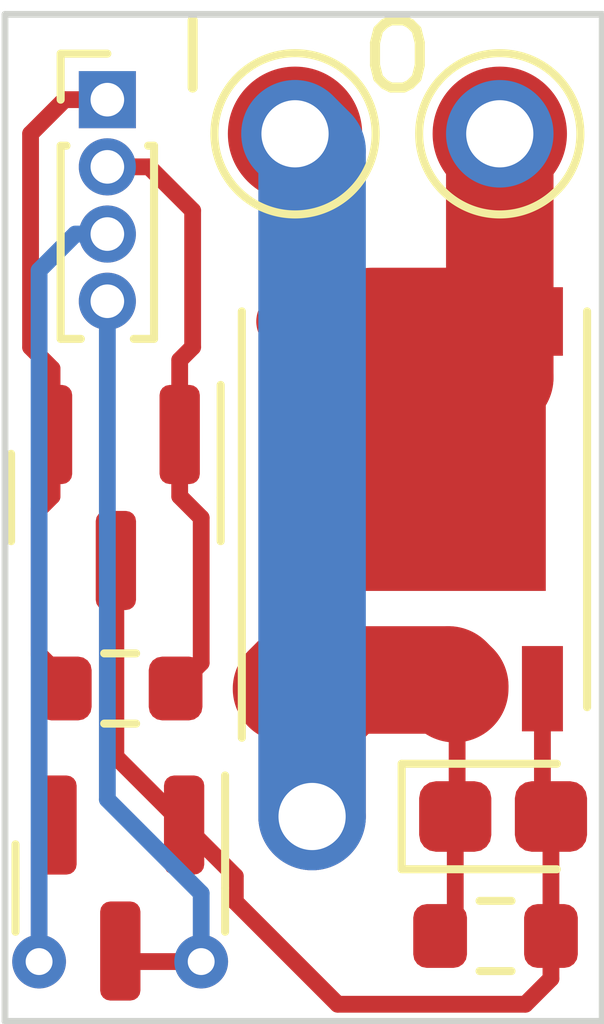
<source format=kicad_pcb>
(kicad_pcb (version 20221018) (generator pcbnew)
  (layers (0 "F.Cu" signal) (31 "B.Cu" signal) (34 "B.Paste" user) (35 "F.Paste" user) (36 "B.SilkS" user "B.Silkscreen") (37 "F.SilkS" user "F.Silkscreen") (38 "B.Mask" user) (39 "F.Mask" user) (44 "Edge.Cuts" user))
  (net 0 "")
  (net 1 "Net-(J1-Pin_2)")
  (net 2 "Net-(J1-Pin_3)")
  (net 3 "Net-(Q1-G)")
  (net 4 "Net-(Batt+In1-Pad1)")
  (net 5 "Net-(Q1-D)")
  (net 6 "GND")
  (net 7 "Net-(J1-Pin_4)")
  (footprint "Package_TO_SOT_SMD:SOT-23" (layer "F.Cu") (at 90.617 76.2485 -90)
    (fp_text reference "D1" hide)
    (fp_text value "BAT54C" hide)
    (fp_line (start 0 -1.56) (end -1.675 -1.56) (stroke (width 0.12)) (layer "F.SilkS"))
    (fp_line (start 0 -1.56) (end 0.65 -1.56) (stroke (width 0.12)) (layer "F.SilkS"))
    (fp_line (start 0 1.56) (end -0.65 1.56) (stroke (width 0.12)) (layer "F.SilkS"))
    (fp_line (start 0 1.56) (end 0.65 1.56) (stroke (width 0.12)) (layer "F.SilkS"))
    (pad "1" smd roundrect (at -0.9375 -0.95 270) (size 1.475 0.6) (layers "F.Cu" "F.Paste" "F.Mask") (net 3 "Net-(Q1-G)"))
    (pad "2" smd roundrect (at -0.9375 0.95 270) (size 1.475 0.6) (layers "F.Cu" "F.Paste" "F.Mask") (net 2 "Net-(J1-Pin_3)"))
    (pad "3" smd roundrect (at 0.9375 0 270) (size 1.475 0.6) (layers "F.Cu" "F.Paste" "F.Mask") (net 7 "Net-(J1-Pin_4)"))
  )
  (footprint "Resistor_SMD:R_0603_1608Metric" (layer "F.Cu") (at 96.203 76.962)
    (fp_text reference "R1" hide)
    (fp_text value "100K" hide)
    (fp_line (start -0.237258 -0.5225) (end 0.237258 -0.5225) (stroke (width 0.12)) (layer "F.SilkS"))
    (fp_line (start -0.237258 0.5225) (end 0.237258 0.5225) (stroke (width 0.12)) (layer "F.SilkS"))
    (pad "1" smd roundrect (at -0.825 0) (size 0.8 0.95) (layers "F.Cu" "F.Paste" "F.Mask") (net 4 "Net-(Batt+In1-Pad1)"))
    (pad "2" smd roundrect (at 0.825 0) (size 0.8 0.95) (layers "F.Cu" "F.Paste" "F.Mask") (net 3 "Net-(Q1-G)"))
  )
  (footprint "Resistor_SMD:R_0603_1608Metric" (layer "F.Cu") (at 90.615 73.279 180)
    (fp_text reference "R2" hide)
    (fp_text value "100K" hide)
    (fp_line (start -0.237258 -0.5225) (end 0.237258 -0.5225) (stroke (width 0.12)) (layer "F.SilkS"))
    (fp_line (start -0.237258 0.5225) (end 0.237258 0.5225) (stroke (width 0.12)) (layer "F.SilkS"))
    (pad "1" smd roundrect (at -0.825 0 180) (size 0.8 0.95) (layers "F.Cu" "F.Paste" "F.Mask") (net 1 "Net-(J1-Pin_2)"))
    (pad "2" smd roundrect (at 0.825 0 180) (size 0.8 0.95) (layers "F.Cu" "F.Paste" "F.Mask") (net 6 "GND"))
  )
  (footprint "Package_TO_SOT_SMD:SOT-23" (layer "F.Cu") (at 90.551 70.4365 -90)
    (fp_text reference "Q2" hide)
    (fp_text value "IRLML0030TRPBF" hide)
    (fp_line (start 0 -1.56) (end -1.675 -1.56) (stroke (width 0.12)) (layer "F.SilkS"))
    (fp_line (start 0 -1.56) (end 0.65 -1.56) (stroke (width 0.12)) (layer "F.SilkS"))
    (fp_line (start 0 1.56) (end -0.65 1.56) (stroke (width 0.12)) (layer "F.SilkS"))
    (fp_line (start 0 1.56) (end 0.65 1.56) (stroke (width 0.12)) (layer "F.SilkS"))
    (pad "1" smd roundrect (at -0.9375 -0.95 270) (size 1.475 0.6) (layers "F.Cu" "F.Paste" "F.Mask") (net 1 "Net-(J1-Pin_2)"))
    (pad "2" smd roundrect (at -0.9375 0.95 270) (size 1.475 0.6) (layers "F.Cu" "F.Paste" "F.Mask") (net 6 "GND"))
    (pad "3" smd roundrect (at 0.9375 0 270) (size 1.475 0.6) (layers "F.Cu" "F.Paste" "F.Mask") (net 3 "Net-(Q1-G)"))
  )
  (footprint "Connector_PinHeader_1.00mm:PinHeader_1x04_P1.00mm_Vertical" (layer "F.Cu") (at 90.424 64.516)
    (fp_text reference "J1" hide)
    (fp_text value "GPIO" hide)
    (fp_line (start -0.695 -0.685) (end 0 -0.685) (stroke (width 0.12)) (layer "F.SilkS"))
    (fp_line (start -0.695 0) (end -0.695 -0.685) (stroke (width 0.12)) (layer "F.SilkS"))
    (fp_line (start -0.695 0.685) (end -0.695 3.56) (stroke (width 0.12)) (layer "F.SilkS"))
    (fp_line (start -0.695 0.685) (end -0.608276 0.685) (stroke (width 0.12)) (layer "F.SilkS"))
    (fp_line (start -0.695 3.56) (end -0.394493 3.56) (stroke (width 0.12)) (layer "F.SilkS"))
    (fp_line (start 0.394493 3.56) (end 0.695 3.56) (stroke (width 0.12)) (layer "F.SilkS"))
    (fp_line (start 0.608276 0.685) (end 0.695 0.685) (stroke (width 0.12)) (layer "F.SilkS"))
    (fp_line (start 0.695 0.685) (end 0.695 3.56) (stroke (width 0.12)) (layer "F.SilkS"))
    (pad "1" thru_hole rect (at 0 0) (size 0.85 0.85) (drill 0.5) (layers "*.Cu" "*.Mask") (net 6 "GND"))
    (pad "2" thru_hole oval (at 0 1) (size 0.85 0.85) (drill 0.5) (layers "*.Cu" "*.Mask") (net 1 "Net-(J1-Pin_2)"))
    (pad "3" thru_hole oval (at 0 2) (size 0.85 0.85) (drill 0.5) (layers "*.Cu" "*.Mask") (net 2 "Net-(J1-Pin_3)"))
    (pad "4" thru_hole oval (at 0 3) (size 0.85 0.85) (drill 0.5) (layers "*.Cu" "*.Mask") (net 7 "Net-(J1-Pin_4)"))
  )
  (footprint "TestPoint:TestPoint_Pad_D2.0mm" (layer "F.Cu") (at 96.266 65.024)
    (fp_text reference "O" (at -1.524 -1.143) (layer "F.SilkS"))
    (fp_text value "Battery + Out" hide)
    (fp_circle (center 0 0) (end 0 1.2) (stroke (width 0.12)) (fill none) (layer "F.SilkS"))
    (pad "1" smd circle (at 0 0) (size 2 2) (layers "F.Cu" "F.Mask") (net 5 "Net-(Q1-D)"))
  )
  (footprint "Package_SO:PowerPAK_SO-8_Single" (layer "F.Cu") (at 94.996 70.612 90)
    (fp_text reference "Q1" hide)
    (fp_text value "SI7149ADP-T1-GE3" hide)
    (fp_line (start -3.4 -2.57) (end 2.945 -2.57) (stroke (width 0.12)) (layer "F.SilkS"))
    (fp_line (start -2.945 2.57) (end 2.945 2.57) (stroke (width 0.12)) (layer "F.SilkS"))
    (pad "1" smd rect (at -2.67 -1.905 90) (size 1.27 0.61) (layers "F.Cu" "F.Paste" "F.Mask") (net 4 "Net-(Batt+In1-Pad1)"))
    (pad "2" smd rect (at -2.67 -0.635 90) (size 1.27 0.61) (layers "F.Cu" "F.Paste" "F.Mask") (net 4 "Net-(Batt+In1-Pad1)"))
    (pad "3" smd rect (at -2.67 0.635 90) (size 1.27 0.61) (layers "F.Cu" "F.Paste" "F.Mask") (net 4 "Net-(Batt+In1-Pad1)"))
    (pad "4" smd rect (at -2.67 1.905 90) (size 1.27 0.61) (layers "F.Cu" "F.Paste" "F.Mask") (net 3 "Net-(Q1-G)"))
    (pad "5" smd rect (at 0.69 0 90) (size 3.81 3.91) (layers "F.Cu" "F.Paste" "F.Mask") (net 5 "Net-(Q1-D)"))
    (pad "5" smd rect (at 2.795 -1.905 90) (size 1.02 0.61) (layers "F.Cu" "F.Paste" "F.Mask") (net 5 "Net-(Q1-D)"))
    (pad "5" smd rect (at 2.795 -0.635 90) (size 1.02 0.61) (layers "F.Cu" "F.Paste" "F.Mask") (net 5 "Net-(Q1-D)"))
    (pad "5" smd rect (at 2.795 0.635 90) (size 1.02 0.61) (layers "F.Cu" "F.Paste" "F.Mask") (net 5 "Net-(Q1-D)"))
    (pad "5" smd rect (at 2.795 1.905 90) (size 1.02 0.61) (layers "F.Cu" "F.Paste" "F.Mask") (net 5 "Net-(Q1-D)"))
  )
  (footprint "Capacitor_Tantalum_SMD:CP_EIA-1608-10_AVX-L" (layer "F.Cu") (at 96.3155 75.184)
    (fp_text reference "C1" hide)
    (fp_text value "100nF" hide)
    (fp_line (start -1.51 -0.785) (end -1.51 0.785) (stroke (width 0.12)) (layer "F.SilkS"))
    (fp_line (start -1.51 0.785) (end 0.8 0.785) (stroke (width 0.12)) (layer "F.SilkS"))
    (fp_line (start 0.8 -0.785) (end -1.51 -0.785) (stroke (width 0.12)) (layer "F.SilkS"))
    (pad "1" smd roundrect (at -0.7125 0) (size 1.075 1.05) (layers "F.Cu" "F.Paste" "F.Mask") (roundrect_rratio 0.2380952381) (net 4 "Net-(Batt+In1-Pad1)"))
    (pad "2" smd roundrect (at 0.7125 0) (size 1.075 1.05) (layers "F.Cu" "F.Paste" "F.Mask") (roundrect_rratio 0.2380952381) (net 3 "Net-(Q1-G)"))
  )
  (footprint "TestPoint:TestPoint_Pad_D2.0mm" (layer "F.Cu") (at 93.218 65.024)
    (fp_text reference "I" (at -1.524 -1.143) (layer "F.SilkS"))
    (fp_text value "Battery + In" hide)
    (fp_circle (center 0 0) (end 0 1.2) (stroke (width 0.12)) (fill none) (layer "F.SilkS"))
    (pad "1" smd circle (at 0 0) (size 2 2) (layers "F.Cu" "F.Mask") (net 4 "Net-(Batt+In1-Pad1)"))
  )
  (gr_line (start 97.79 63.246) (end 97.79 78.232) (stroke (width 0.1)) (layer "Edge.Cuts"))
  (gr_line (start 88.9 63.246) (end 97.79 63.246) (stroke (width 0.1)) (layer "Edge.Cuts"))
  (gr_line (start 88.9 78.232) (end 88.9 63.246) (stroke (width 0.1)) (layer "Edge.Cuts"))
  (gr_line (start 97.79 78.232) (end 88.9 78.232) (stroke (width 0.1)) (layer "Edge.Cuts"))
  (segment (start 91.501 70.419) (end 91.501 69.499) (width 0.25) (layer "F.Cu") (net 1))
  (segment (start 91.694 68.199) (end 91.694 66.167) (width 0.25) (layer "F.Cu") (net 1))
  (segment (start 91.043 65.516) (end 90.424 65.516) (width 0.25) (layer "F.Cu") (net 1))
  (segment (start 91.501 68.392) (end 91.694 68.199) (width 0.25) (layer "F.Cu") (net 1))
  (segment (start 91.694 66.167) (end 91.043 65.516) (width 0.25) (layer "F.Cu") (net 1))
  (segment (start 91.44 73.279) (end 91.821 72.898) (width 0.25) (layer "F.Cu") (net 1))
  (segment (start 91.821 70.739) (end 91.501 70.419) (width 0.25) (layer "F.Cu") (net 1))
  (segment (start 91.821 72.898) (end 91.821 70.739) (width 0.25) (layer "F.Cu") (net 1))
  (segment (start 91.501 69.499) (end 91.501 68.392) (width 0.25) (layer "F.Cu") (net 1))
  (segment (start 89.408 77.343) (end 89.408 75.57) (width 0.25) (layer "F.Cu") (net 2))
  (segment (start 89.408 75.57) (end 89.667 75.311) (width 0.25) (layer "F.Cu") (net 2))
  (via (at 89.408 77.343) (size 0.8) (drill 0.4) (layers "F.Cu" "B.Cu") (net 2))
  (segment (start 89.408 77.343) (end 89.408 67.056) (width 0.25) (layer "B.Cu") (net 2))
  (segment (start 89.408 67.056) (end 89.948 66.516) (width 0.25) (layer "B.Cu") (net 2))
  (segment (start 89.948 66.516) (end 90.424 66.516) (width 0.25) (layer "B.Cu") (net 2))
  (segment (start 97.028 75.184) (end 97.028 76.962) (width 0.25) (layer "F.Cu") (net 3))
  (segment (start 92.329 76.073) (end 91.567 75.311) (width 0.25) (layer "F.Cu") (net 3))
  (segment (start 97.028 76.962) (end 97.028 77.597) (width 0.25) (layer "F.Cu") (net 3))
  (segment (start 91.567 75.311) (end 90.551 74.295) (width 0.25) (layer "F.Cu") (net 3))
  (segment (start 96.901 75.057) (end 97.028 75.184) (width 0.25) (layer "F.Cu") (net 3))
  (segment (start 96.901 73.282) (end 96.901 75.057) (width 0.25) (layer "F.Cu") (net 3))
  (segment (start 92.329 76.454) (end 92.329 76.073) (width 0.25) (layer "F.Cu") (net 3))
  (segment (start 96.647 77.978) (end 93.853 77.978) (width 0.25) (layer "F.Cu") (net 3))
  (segment (start 90.551 74.295) (end 90.551 71.374) (width 0.25) (layer "F.Cu") (net 3))
  (segment (start 93.853 77.978) (end 92.329 76.454) (width 0.25) (layer "F.Cu") (net 3))
  (segment (start 97.028 77.597) (end 96.647 77.978) (width 0.25) (layer "F.Cu") (net 3))
  (segment (start 93.472 73.663) (end 93.983 73.152) (width 1.6) (layer "F.Cu") (net 4))
  (segment (start 95.603 76.737) (end 95.378 76.962) (width 0.25) (layer "F.Cu") (net 4))
  (segment (start 95.596 73.247) (end 95.596 73.282) (width 1.6) (layer "F.Cu") (net 4))
  (segment (start 93.221 73.152) (end 93.091 73.282) (width 1.6) (layer "F.Cu") (net 4))
  (segment (start 95.603 75.184) (end 95.603 76.737) (width 0.25) (layer "F.Cu") (net 4))
  (segment (start 93.983 73.152) (end 95.501 73.152) (width 1.6) (layer "F.Cu") (net 4))
  (segment (start 95.501 73.152) (end 95.596 73.247) (width 1.6) (layer "F.Cu") (net 4))
  (segment (start 93.472 75.184) (end 93.472 73.663) (width 1.6) (layer "F.Cu") (net 4))
  (segment (start 95.631 75.156) (end 95.603 75.184) (width 0.25) (layer "F.Cu") (net 4))
  (segment (start 95.631 73.282) (end 95.631 75.156) (width 0.25) (layer "F.Cu") (net 4))
  (segment (start 93.983 73.152) (end 93.221 73.152) (width 1.6) (layer "F.Cu") (net 4))
  (via (at 93.218 65.024) (size 1.6) (drill 1) (layers "F.Cu" "B.Cu") (net 4))
  (via (at 93.472 75.184) (size 1.6) (drill 1) (layers "F.Cu" "B.Cu") (net 4))
  (segment (start 93.472 75.184) (end 93.472 65.278) (width 1.6) (layer "B.Cu") (net 4))
  (segment (start 93.472 65.278) (end 93.218 65.024) (width 1.6) (layer "B.Cu") (net 4))
  (segment (start 96.266 68.652) (end 94.996 69.922) (width 1.6) (layer "F.Cu") (net 5))
  (segment (start 93.091 67.817) (end 94.361 67.817) (width 0.9) (layer "F.Cu") (net 5))
  (segment (start 94.361 67.817) (end 95.631 67.817) (width 1.6) (layer "F.Cu") (net 5))
  (segment (start 96.266 65.024) (end 96.266 68.652) (width 1.6) (layer "F.Cu") (net 5))
  (via (at 96.266 65.024) (size 1.6) (drill 1) (layers "F.Cu" "B.Cu") (net 5))
  (segment (start 89.79 73.153) (end 89.408 72.771) (width 0.25) (layer "F.Cu") (net 6))
  (segment (start 89.281 65.024) (end 89.789 64.516) (width 0.25) (layer "F.Cu") (net 6))
  (segment (start 89.79 73.279) (end 89.79 73.153) (width 0.25) (layer "F.Cu") (net 6))
  (segment (start 89.601 69.499) (end 89.601 68.519) (width 0.25) (layer "F.Cu") (net 6))
  (segment (start 89.408 70.612) (end 89.601 70.419) (width 0.25) (layer "F.Cu") (net 6))
  (segment (start 89.601 70.419) (end 89.601 69.499) (width 0.25) (layer "F.Cu") (net 6))
  (segment (start 89.601 68.519) (end 89.281 68.199) (width 0.25) (layer "F.Cu") (net 6))
  (segment (start 89.408 72.771) (end 89.408 70.612) (width 0.25) (layer "F.Cu") (net 6))
  (segment (start 89.281 68.199) (end 89.281 65.024) (width 0.25) (layer "F.Cu") (net 6))
  (segment (start 89.789 64.516) (end 90.424 64.516) (width 0.25) (layer "F.Cu") (net 6))
  (segment (start 91.821 77.343) (end 90.774 77.343) (width 0.25) (layer "F.Cu") (net 7))
  (segment (start 90.774 77.343) (end 90.617 77.186) (width 0.25) (layer "F.Cu") (net 7))
  (via (at 91.821 77.343) (size 0.8) (drill 0.4) (layers "F.Cu" "B.Cu") (net 7))
  (segment (start 91.821 76.327) (end 90.424 74.93) (width 0.25) (layer "B.Cu") (net 7))
  (segment (start 91.821 77.343) (end 91.821 76.327) (width 0.25) (layer "B.Cu") (net 7))
  (segment (start 90.424 74.93) (end 90.424 67.516) (width 0.25) (layer "B.Cu") (net 7))
)
</source>
